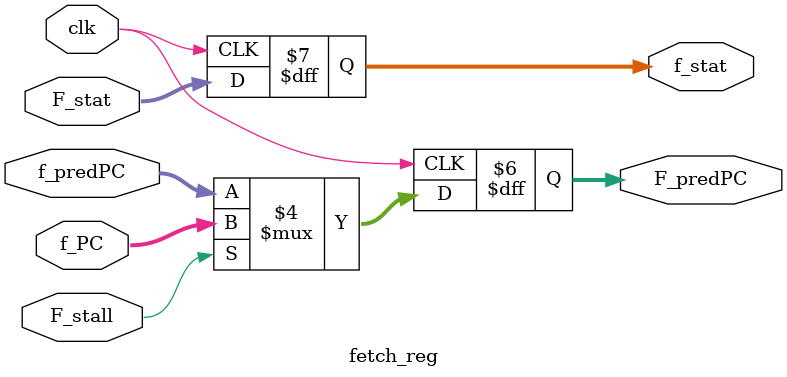
<source format=v>
module fetch_reg(clk,F_stall,f_predPC,F_predPC,f_PC,f_stat,F_stat);

input clk;
input F_stall;
input [63:0] f_predPC;
input [63:0] f_PC;
input [3:0] F_stat;
output reg[63:0] F_predPC;
output reg [3:0] f_stat;
//1 [3] AOK, 2 [2] HLT, 3 [1] invalid address, 4 [0] invalid instr

always @(posedge(clk)) begin
    // F_stat = 4'b0001; 
    f_stat <= F_stat;
	if(!F_stall) begin
		F_predPC <= f_predPC;
    end else begin
        F_predPC <= f_PC;
    end
	
end

endmodule

</source>
